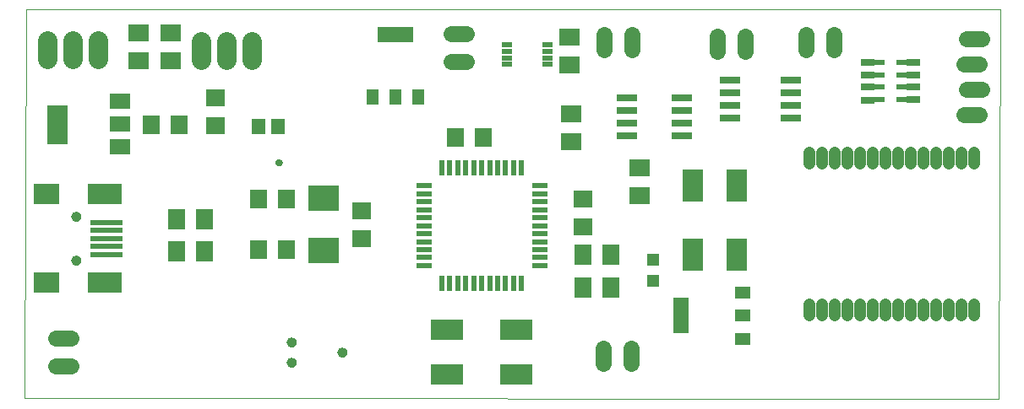
<source format=gts>
G75*
%MOIN*%
%OFA0B0*%
%FSLAX24Y24*%
%IPPOS*%
%LPD*%
%AMOC8*
5,1,8,0,0,1.08239X$1,22.5*
%
%ADD10C,0.0000*%
%ADD11C,0.0276*%
%ADD12R,0.0552X0.0631*%
%ADD13R,0.0749X0.0670*%
%ADD14C,0.0390*%
%ADD15R,0.0237X0.0631*%
%ADD16R,0.0631X0.0237*%
%ADD17R,0.1290X0.0790*%
%ADD18R,0.0670X0.0749*%
%ADD19R,0.0750X0.0670*%
%ADD20R,0.1221X0.1024*%
%ADD21R,0.1024X0.0827*%
%ADD22R,0.1339X0.0827*%
%ADD23R,0.1260X0.0237*%
%ADD24C,0.0394*%
%ADD25R,0.0670X0.0827*%
%ADD26R,0.0830X0.0630*%
%ADD27R,0.0830X0.1540*%
%ADD28R,0.0790X0.1290*%
%ADD29C,0.0640*%
%ADD30R,0.0827X0.0670*%
%ADD31R,0.0840X0.0300*%
%ADD32R,0.0591X0.0512*%
%ADD33R,0.0591X0.1418*%
%ADD34R,0.0512X0.0591*%
%ADD35R,0.1418X0.0591*%
%ADD36R,0.0434X0.0217*%
%ADD37C,0.0453*%
%ADD38R,0.0512X0.0237*%
%ADD39R,0.0540X0.0290*%
%ADD40R,0.0512X0.0512*%
%ADD41C,0.0780*%
D10*
X003060Y000249D02*
X003140Y015625D01*
X041550Y015625D01*
X041510Y000209D01*
X003060Y000249D01*
X004923Y005702D02*
X004925Y005728D01*
X004931Y005754D01*
X004941Y005779D01*
X004954Y005802D01*
X004970Y005822D01*
X004990Y005840D01*
X005012Y005855D01*
X005035Y005867D01*
X005061Y005875D01*
X005087Y005879D01*
X005113Y005879D01*
X005139Y005875D01*
X005165Y005867D01*
X005189Y005855D01*
X005210Y005840D01*
X005230Y005822D01*
X005246Y005802D01*
X005259Y005779D01*
X005269Y005754D01*
X005275Y005728D01*
X005277Y005702D01*
X005275Y005676D01*
X005269Y005650D01*
X005259Y005625D01*
X005246Y005602D01*
X005230Y005582D01*
X005210Y005564D01*
X005188Y005549D01*
X005165Y005537D01*
X005139Y005529D01*
X005113Y005525D01*
X005087Y005525D01*
X005061Y005529D01*
X005035Y005537D01*
X005011Y005549D01*
X004990Y005564D01*
X004970Y005582D01*
X004954Y005602D01*
X004941Y005625D01*
X004931Y005650D01*
X004925Y005676D01*
X004923Y005702D01*
X004923Y007435D02*
X004925Y007461D01*
X004931Y007487D01*
X004941Y007512D01*
X004954Y007535D01*
X004970Y007555D01*
X004990Y007573D01*
X005012Y007588D01*
X005035Y007600D01*
X005061Y007608D01*
X005087Y007612D01*
X005113Y007612D01*
X005139Y007608D01*
X005165Y007600D01*
X005189Y007588D01*
X005210Y007573D01*
X005230Y007555D01*
X005246Y007535D01*
X005259Y007512D01*
X005269Y007487D01*
X005275Y007461D01*
X005277Y007435D01*
X005275Y007409D01*
X005269Y007383D01*
X005259Y007358D01*
X005246Y007335D01*
X005230Y007315D01*
X005210Y007297D01*
X005188Y007282D01*
X005165Y007270D01*
X005139Y007262D01*
X005113Y007258D01*
X005087Y007258D01*
X005061Y007262D01*
X005035Y007270D01*
X005011Y007282D01*
X004990Y007297D01*
X004970Y007315D01*
X004954Y007335D01*
X004941Y007358D01*
X004931Y007383D01*
X004925Y007409D01*
X004923Y007435D01*
X012982Y009569D02*
X012984Y009590D01*
X012990Y009610D01*
X012999Y009630D01*
X013011Y009647D01*
X013026Y009661D01*
X013044Y009673D01*
X013064Y009681D01*
X013084Y009686D01*
X013105Y009687D01*
X013126Y009684D01*
X013146Y009678D01*
X013165Y009667D01*
X013182Y009654D01*
X013195Y009638D01*
X013206Y009620D01*
X013214Y009600D01*
X013218Y009580D01*
X013218Y009558D01*
X013214Y009538D01*
X013206Y009518D01*
X013195Y009500D01*
X013182Y009484D01*
X013165Y009471D01*
X013146Y009460D01*
X013126Y009454D01*
X013105Y009451D01*
X013084Y009452D01*
X013064Y009457D01*
X013044Y009465D01*
X013026Y009477D01*
X013011Y009491D01*
X012999Y009508D01*
X012990Y009528D01*
X012984Y009548D01*
X012982Y009569D01*
X013425Y002469D02*
X013427Y002495D01*
X013433Y002521D01*
X013442Y002545D01*
X013455Y002568D01*
X013472Y002588D01*
X013491Y002606D01*
X013513Y002621D01*
X013536Y002632D01*
X013561Y002640D01*
X013587Y002644D01*
X013613Y002644D01*
X013639Y002640D01*
X013664Y002632D01*
X013688Y002621D01*
X013709Y002606D01*
X013728Y002588D01*
X013745Y002568D01*
X013758Y002545D01*
X013767Y002521D01*
X013773Y002495D01*
X013775Y002469D01*
X013773Y002443D01*
X013767Y002417D01*
X013758Y002393D01*
X013745Y002370D01*
X013728Y002350D01*
X013709Y002332D01*
X013687Y002317D01*
X013664Y002306D01*
X013639Y002298D01*
X013613Y002294D01*
X013587Y002294D01*
X013561Y002298D01*
X013536Y002306D01*
X013512Y002317D01*
X013491Y002332D01*
X013472Y002350D01*
X013455Y002370D01*
X013442Y002393D01*
X013433Y002417D01*
X013427Y002443D01*
X013425Y002469D01*
X013425Y001669D02*
X013427Y001695D01*
X013433Y001721D01*
X013442Y001745D01*
X013455Y001768D01*
X013472Y001788D01*
X013491Y001806D01*
X013513Y001821D01*
X013536Y001832D01*
X013561Y001840D01*
X013587Y001844D01*
X013613Y001844D01*
X013639Y001840D01*
X013664Y001832D01*
X013688Y001821D01*
X013709Y001806D01*
X013728Y001788D01*
X013745Y001768D01*
X013758Y001745D01*
X013767Y001721D01*
X013773Y001695D01*
X013775Y001669D01*
X013773Y001643D01*
X013767Y001617D01*
X013758Y001593D01*
X013745Y001570D01*
X013728Y001550D01*
X013709Y001532D01*
X013687Y001517D01*
X013664Y001506D01*
X013639Y001498D01*
X013613Y001494D01*
X013587Y001494D01*
X013561Y001498D01*
X013536Y001506D01*
X013512Y001517D01*
X013491Y001532D01*
X013472Y001550D01*
X013455Y001570D01*
X013442Y001593D01*
X013433Y001617D01*
X013427Y001643D01*
X013425Y001669D01*
X015425Y002069D02*
X015427Y002095D01*
X015433Y002121D01*
X015442Y002145D01*
X015455Y002168D01*
X015472Y002188D01*
X015491Y002206D01*
X015513Y002221D01*
X015536Y002232D01*
X015561Y002240D01*
X015587Y002244D01*
X015613Y002244D01*
X015639Y002240D01*
X015664Y002232D01*
X015688Y002221D01*
X015709Y002206D01*
X015728Y002188D01*
X015745Y002168D01*
X015758Y002145D01*
X015767Y002121D01*
X015773Y002095D01*
X015775Y002069D01*
X015773Y002043D01*
X015767Y002017D01*
X015758Y001993D01*
X015745Y001970D01*
X015728Y001950D01*
X015709Y001932D01*
X015687Y001917D01*
X015664Y001906D01*
X015639Y001898D01*
X015613Y001894D01*
X015587Y001894D01*
X015561Y001898D01*
X015536Y001906D01*
X015512Y001917D01*
X015491Y001932D01*
X015472Y001950D01*
X015455Y001970D01*
X015442Y001993D01*
X015433Y002017D01*
X015427Y002043D01*
X015425Y002069D01*
D11*
X013100Y009569D03*
D12*
X013054Y010989D03*
X012306Y010989D03*
D13*
X010600Y011017D03*
X010600Y012120D03*
X025100Y008120D03*
X025100Y007017D03*
D14*
X015600Y002069D03*
X013600Y002469D03*
X013600Y001669D03*
D15*
X019525Y004785D03*
X019840Y004785D03*
X020155Y004785D03*
X020470Y004785D03*
X020785Y004785D03*
X021100Y004785D03*
X021415Y004785D03*
X021730Y004785D03*
X022045Y004785D03*
X022360Y004785D03*
X022675Y004785D03*
X022675Y009352D03*
X022360Y009352D03*
X022045Y009352D03*
X021730Y009352D03*
X021415Y009352D03*
X021100Y009352D03*
X020785Y009352D03*
X020470Y009352D03*
X020155Y009352D03*
X019840Y009352D03*
X019525Y009352D03*
D16*
X018817Y008643D03*
X018817Y008328D03*
X018817Y008014D03*
X018817Y007699D03*
X018817Y007384D03*
X018817Y007069D03*
X018817Y006754D03*
X018817Y006439D03*
X018817Y006124D03*
X018817Y005809D03*
X018817Y005494D03*
X023383Y005494D03*
X023383Y005809D03*
X023383Y006124D03*
X023383Y006439D03*
X023383Y006754D03*
X023383Y007069D03*
X023383Y007384D03*
X023383Y007699D03*
X023383Y008014D03*
X023383Y008328D03*
X023383Y008643D03*
D17*
X022475Y002944D03*
X022475Y001194D03*
X019725Y001194D03*
X019725Y002944D03*
D18*
X013411Y006109D03*
X012309Y006109D03*
X012309Y008109D03*
X013411Y008109D03*
X009151Y011069D03*
X008049Y011069D03*
X020074Y010549D03*
X021176Y010549D03*
D19*
X016360Y007668D03*
X016360Y006549D03*
D20*
X014860Y006099D03*
X014860Y008158D03*
D21*
X003919Y008321D03*
X003919Y004817D03*
D22*
X006242Y004817D03*
X006242Y008321D03*
D23*
X006281Y007199D03*
X006281Y006884D03*
X006281Y006569D03*
X006281Y006254D03*
X006281Y005939D03*
D24*
X005100Y005702D03*
X005100Y007435D03*
D25*
X009049Y007319D03*
X010151Y007319D03*
X010151Y006069D03*
X009049Y006069D03*
X025109Y005909D03*
X026211Y005909D03*
X026211Y004629D03*
X025109Y004629D03*
D26*
X006840Y010179D03*
X006840Y011079D03*
X006840Y011979D03*
D27*
X004360Y011069D03*
D28*
X029415Y008664D03*
X031165Y008664D03*
X031165Y005914D03*
X029415Y005914D03*
D29*
X027010Y002229D02*
X027010Y001629D01*
X025910Y001629D02*
X025910Y002229D01*
X040120Y011469D02*
X040720Y011469D01*
X040820Y012469D02*
X040220Y012469D01*
X040120Y013469D02*
X040720Y013469D01*
X040820Y014469D02*
X040220Y014469D01*
X034990Y014629D02*
X034990Y014029D01*
X033890Y014029D02*
X033890Y014629D01*
X031490Y014549D02*
X031490Y013949D01*
X030390Y013949D02*
X030390Y014549D01*
X027030Y014629D02*
X027030Y014029D01*
X025930Y014029D02*
X025930Y014629D01*
X020500Y014659D02*
X019900Y014659D01*
X019900Y013559D02*
X020500Y013559D01*
X004900Y002619D02*
X004300Y002619D01*
X004300Y001519D02*
X004900Y001519D01*
D30*
X007580Y013597D03*
X007580Y014700D03*
X008820Y014700D03*
X008820Y013597D03*
X024580Y013437D03*
X024580Y014540D03*
X024620Y011480D03*
X024620Y010377D03*
X027320Y009360D03*
X027320Y008257D03*
D31*
X026830Y010629D03*
X026830Y011129D03*
X026830Y011629D03*
X026830Y012129D03*
X029000Y012129D03*
X029000Y011629D03*
X029000Y011129D03*
X029000Y010629D03*
X030890Y011309D03*
X030890Y011809D03*
X030890Y012309D03*
X030890Y012809D03*
X033310Y012809D03*
X033310Y012309D03*
X033310Y011809D03*
X033310Y011309D03*
D32*
X031400Y004418D03*
X031400Y003509D03*
X031400Y002599D03*
D33*
X028960Y003509D03*
D34*
X018610Y012169D03*
X017700Y012169D03*
X016790Y012169D03*
D35*
X017700Y014609D03*
D36*
X022093Y014212D03*
X022093Y013957D03*
X022093Y013701D03*
X022093Y013445D03*
X023707Y013445D03*
X023707Y013701D03*
X023707Y013957D03*
X023707Y014212D03*
D37*
X034035Y009950D02*
X034035Y009537D01*
X034535Y009537D02*
X034535Y009950D01*
X035035Y009950D02*
X035035Y009537D01*
X035535Y009537D02*
X035535Y009950D01*
X036035Y009950D02*
X036035Y009537D01*
X036535Y009537D02*
X036535Y009950D01*
X037035Y009950D02*
X037035Y009537D01*
X037535Y009537D02*
X037535Y009950D01*
X038035Y009950D02*
X038035Y009537D01*
X038535Y009537D02*
X038535Y009950D01*
X039035Y009950D02*
X039035Y009537D01*
X039535Y009537D02*
X039535Y009950D01*
X040035Y009950D02*
X040035Y009537D01*
X040535Y009537D02*
X040535Y009950D01*
X040535Y003950D02*
X040535Y003537D01*
X040035Y003537D02*
X040035Y003950D01*
X039535Y003950D02*
X039535Y003537D01*
X039035Y003537D02*
X039035Y003950D01*
X038535Y003950D02*
X038535Y003537D01*
X038035Y003537D02*
X038035Y003950D01*
X037535Y003950D02*
X037535Y003537D01*
X037035Y003537D02*
X037035Y003950D01*
X036535Y003950D02*
X036535Y003537D01*
X036035Y003537D02*
X036035Y003950D01*
X035535Y003950D02*
X035535Y003537D01*
X035035Y003537D02*
X035035Y003950D01*
X034535Y003950D02*
X034535Y003537D01*
X034035Y003537D02*
X034035Y003950D01*
D38*
X036748Y012050D03*
X036748Y012543D03*
X036748Y013035D03*
X036748Y013527D03*
X037692Y013527D03*
X037692Y013035D03*
X037692Y012543D03*
X037692Y012050D03*
D39*
X038122Y012041D03*
X038125Y012546D03*
X038126Y013027D03*
X038131Y013524D03*
X036320Y013527D03*
X036316Y013029D03*
X036322Y012549D03*
X036329Y012040D03*
D40*
X027860Y005722D03*
X027860Y004895D03*
D41*
X012020Y013619D02*
X012020Y014359D01*
X011020Y014359D02*
X011020Y013619D01*
X010020Y013619D02*
X010020Y014359D01*
X005980Y014399D02*
X005980Y013659D01*
X004980Y013659D02*
X004980Y014399D01*
X003980Y014399D02*
X003980Y013659D01*
M02*

</source>
